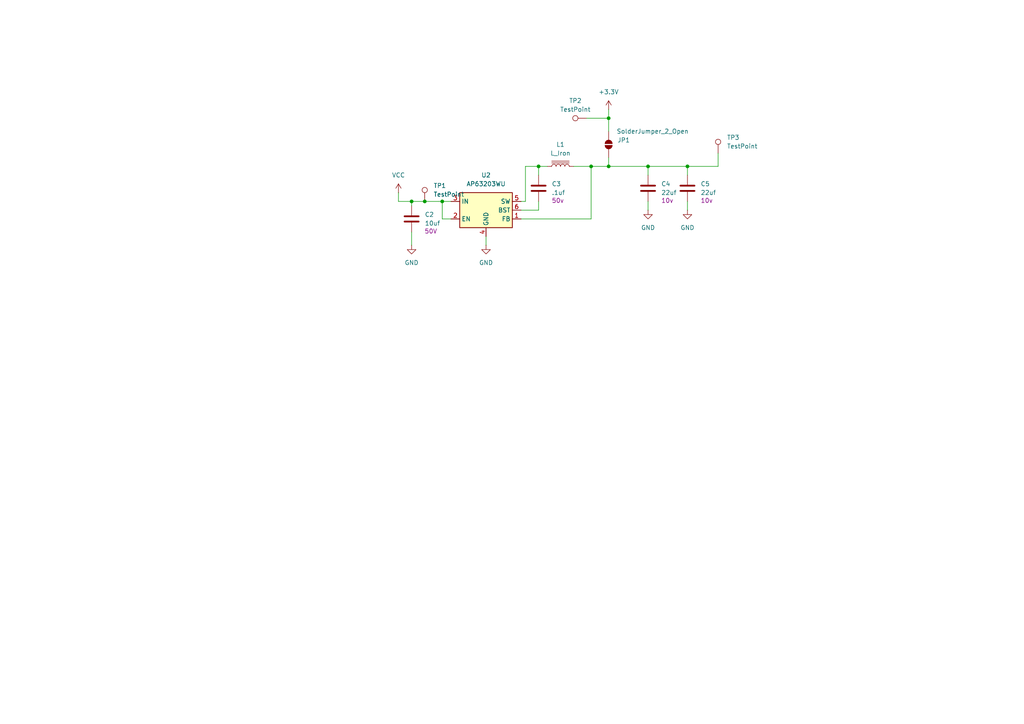
<source format=kicad_sch>
(kicad_sch (version 20250114) (generator "eeschema") (generator_version "9.0")
  (paper "A4")
  (lib_symbols
    (symbol "Connector:TestPoint" (pin_numbers (hide yes)) (pin_names (offset 0.762) (hide yes))
      (property "Reference" "TP" (at 0 6.858 0))
      (property "Value" "TestPoint" (at 0 5.08 0))
      (symbol "TestPoint_0_1"
        (circle (center 0 3.302) (radius 0.762))
      )
      (symbol "TestPoint_1_1"
        (pin passive line (at 0 0 90) (length 2.54) (name "1") (number "1"))
      )
    )
    (symbol "Device:C" (pin_numbers (hide yes)) (pin_names (offset 0.254))
      (property "Reference" "C" (at 0.635 2.54 0))
      (property "Value" "C" (at 0.635 -2.54 0))
      (symbol "C_0_1"
        (polyline (pts (xy -2.032 0.762) (xy 2.032 0.762)) (stroke (width 0.508)))
        (polyline (pts (xy -2.032 -0.762) (xy 2.032 -0.762)) (stroke (width 0.508)))
      )
      (symbol "C_1_1"
        (pin passive line (at 0 3.81 270) (length 2.794) (name "~") (number "1"))
        (pin passive line (at 0 -3.81 90) (length 2.794) (name "~") (number "2"))
      )
    )
    (symbol "Device:L_Iron" (pin_numbers (hide yes)) (pin_names (offset 1.016) (hide yes))
      (property "Reference" "L" (at -1.27 0 90))
      (property "Value" "L_Iron" (at 2.794 0 90))
      (symbol "L_Iron_0_1"
        (arc (start 0 2.54) (mid 0.6323 1.905) (end 0 1.27))
        (arc (start 0 1.27) (mid 0.6323 0.635) (end 0 0))
        (arc (start 0 0) (mid 0.6323 -0.635) (end 0 -1.27))
        (arc (start 0 -1.27) (mid 0.6323 -1.905) (end 0 -2.54))
        (polyline (pts (xy 1.016 2.54) (xy 1.016 -2.54)))
        (polyline (pts (xy 1.524 -2.54) (xy 1.524 2.54)))
      )
      (symbol "L_Iron_1_1"
        (pin passive line (at 0 3.81 270) (length 1.27) (name "1") (number "1"))
        (pin passive line (at 0 -3.81 90) (length 1.27) (name "2") (number "2"))
      )
    )
    (symbol "Jumper:SolderJumper_2_Open" (pin_numbers (hide yes)) (pin_names (offset 0) (hide yes)) (in_bom no)
      (property "Reference" "JP" (at 0 2.032 0))
      (property "Value" "SolderJumper_2_Open" (at 0 -2.54 0))
      (symbol "SolderJumper_2_Open_0_1"
        (polyline (pts (xy -0.254 1.016) (xy -0.254 -1.016)))
        (arc (start -0.254 -1.016) (mid -1.2656 0) (end -0.254 1.016))
        (arc (start -0.254 -1.016) (mid -1.2656 0) (end -0.254 1.016) (fill (type outline)))
        (arc (start 0.254 1.016) (mid 1.2656 0) (end 0.254 -1.016))
        (arc (start 0.254 1.016) (mid 1.2656 0) (end 0.254 -1.016) (fill (type outline)))
        (polyline (pts (xy 0.254 1.016) (xy 0.254 -1.016)))
      )
      (symbol "SolderJumper_2_Open_1_1"
        (pin passive line (at -3.81 0 0) (length 2.54) (name "A") (number "1"))
        (pin passive line (at 3.81 0 180) (length 2.54) (name "B") (number "2"))
      )
    )
    (symbol "Regulator_Switching:AP63203WU"
      (property "Reference" "U" (at -7.62 6.35 0))
      (property "Value" "AP63203WU" (at 2.54 6.35 0))
      (symbol "AP63203WU_0_1"
        (rectangle (start -7.62 5.08) (end 7.62 -5.08) (stroke (width 0.254)) (fill (type background)))
      )
      (symbol "AP63203WU_1_1"
        (pin power_in line (at -10.16 2.54 0) (length 2.54) (name "IN") (number "3"))
        (pin input line (at -10.16 -2.54 0) (length 2.54) (name "EN") (number "2"))
        (pin power_in line (at 0 -7.62 90) (length 2.54) (name "GND") (number "4"))
        (pin output line (at 10.16 2.54 180) (length 2.54) (name "SW") (number "5"))
        (pin passive line (at 10.16 0 180) (length 2.54) (name "BST") (number "6"))
        (pin input line (at 10.16 -2.54 180) (length 2.54) (name "FB") (number "1"))
      )
    )
    (symbol "power:+3.3V" (power) (pin_numbers (hide yes)) (pin_names (offset 0) (hide yes))
      (property "Value" "+3.3V" (at 0 3.556 0))
      (symbol "+3.3V_0_1"
        (polyline (pts (xy -0.762 1.27) (xy 0 2.54)))
        (polyline (pts (xy 0 2.54) (xy 0.762 1.27)))
        (polyline (pts (xy 0 0) (xy 0 2.54)))
      )
      (symbol "+3.3V_1_1"
        (pin power_in line (at 0 0 90) (length 0) (name "~") (number "1"))
      )
    )
    (symbol "power:GND" (power) (pin_numbers (hide yes)) (pin_names (offset 0) (hide yes))
      (property "Value" "GND" (at 0 -3.81 0))
      (symbol "GND_0_1"
        (polyline (pts (xy 0 0) (xy 0 -1.27) (xy 1.27 -1.27) (xy 0 -2.54) (xy -1.27 -1.27) (xy 0 -1.27)))
      )
      (symbol "GND_1_1"
        (pin power_in line (at 0 0 270) (length 0) (name "~") (number "1"))
      )
    )
    (symbol "power:VCC" (power) (pin_numbers (hide yes)) (pin_names (offset 0) (hide yes))
      (property "Value" "VCC" (at 0 3.556 0))
      (symbol "VCC_0_1"
        (polyline (pts (xy -0.762 1.27) (xy 0 2.54)))
        (polyline (pts (xy 0 2.54) (xy 0.762 1.27)))
        (polyline (pts (xy 0 0) (xy 0 2.54)))
      )
      (symbol "VCC_1_1"
        (pin power_in line (at 0 0 90) (length 0) (name "~") (number "1"))
      )
    )
  )
  (junction (at 171.45 48.26))
  (junction (at 119.38 58.42))
  (junction (at 187.96 48.26))
  (junction (at 123.19 58.42))
  (junction (at 176.53 34.29))
  (junction (at 128.27 58.42))
  (junction (at 156.21 48.26))
  (junction (at 199.39 48.26))
  (junction (at 176.53 48.26))
  (wire (pts (xy 187.96 50.8) (xy 187.96 48.26)))
  (wire (pts (xy 199.39 48.26) (xy 199.39 50.8)))
  (wire (pts (xy 156.21 48.26) (xy 156.21 50.8)))
  (wire (pts (xy 156.21 60.96) (xy 156.21 58.42)))
  (wire (pts (xy 152.4 48.26) (xy 152.4 58.42)))
  (wire (pts (xy 199.39 60.96) (xy 199.39 58.42)))
  (wire (pts (xy 171.45 63.5) (xy 171.45 48.26)))
  (wire (pts (xy 208.28 48.26) (xy 208.28 44.45)))
  (wire (pts (xy 119.38 67.31) (xy 119.38 71.12)))
  (wire (pts (xy 119.38 58.42) (xy 119.38 59.69)))
  (wire (pts (xy 176.53 31.75) (xy 176.53 34.29)))
  (wire (pts (xy 128.27 63.5) (xy 128.27 58.42)))
  (wire (pts (xy 176.53 34.29) (xy 176.53 38.1)))
  (wire (pts (xy 171.45 48.26) (xy 176.53 48.26)))
  (wire (pts (xy 152.4 48.26) (xy 156.21 48.26)))
  (wire (pts (xy 140.97 68.58) (xy 140.97 71.12)))
  (wire (pts (xy 171.45 48.26) (xy 166.37 48.26)))
  (wire (pts (xy 151.13 60.96) (xy 156.21 60.96)))
  (wire (pts (xy 119.38 58.42) (xy 123.19 58.42)))
  (wire (pts (xy 130.81 63.5) (xy 128.27 63.5)))
  (wire (pts (xy 152.4 58.42) (xy 151.13 58.42)))
  (wire (pts (xy 170.18 34.29) (xy 176.53 34.29)))
  (wire (pts (xy 115.57 55.88) (xy 115.57 58.42)))
  (wire (pts (xy 208.28 48.26) (xy 199.39 48.26)))
  (wire (pts (xy 187.96 48.26) (xy 199.39 48.26)))
  (wire (pts (xy 128.27 58.42) (xy 130.81 58.42)))
  (wire (pts (xy 123.19 58.42) (xy 128.27 58.42)))
  (wire (pts (xy 156.21 48.26) (xy 158.75 48.26)))
  (wire (pts (xy 187.96 60.96) (xy 187.96 58.42)))
  (wire (pts (xy 176.53 48.26) (xy 187.96 48.26)))
  (wire (pts (xy 151.13 63.5) (xy 171.45 63.5)))
  (wire (pts (xy 115.57 58.42) (xy 119.38 58.42)))
  (wire (pts (xy 176.53 45.72) (xy 176.53 48.26)))
  (symbol (lib_id "Device:C") (at 156.21 54.61 0) (unit 1)
    (property "Reference" "C3" (at 160.02 53.3399 0) (effects (justify left)))
    (property "Value" ".1uf" (at 160.02 55.8799 0) (effects (justify left)))
    (property "Footprint" "Capacitor_SMD:C_0603_1608Metric" (effects (hide yes)))
    (property "Description" "Unpolarized capacitor" (effects (hide yes)))
    (property "V" "50v" (at 161.798 58.166 0))
  )
  (symbol (lib_id "power:GND") (at 199.39 60.96 0) (unit 1)
    (property "Reference" "#PWR016" (effects (hide yes)))
    (property "Value" "GND" (at 199.39 66.04 0))
    (property "Description" "Power symbol creates a global label with name \"GND\" , ground" (effects (hide yes)))
  )
  (symbol (lib_id "Connector:TestPoint") (at 123.19 58.42 0) (unit 1)
    (property "Reference" "TP1" (at 125.73 53.8479 0) (effects (justify left)))
    (property "Value" "TestPoint" (at 125.73 56.3879 0) (effects (justify left)))
    (property "Footprint" "TestPoint:TestPoint_Loop_D1.80mm_Drill1.0mm_Beaded" (effects (hide yes)))
    (property "Description" "test point" (effects (hide yes)))
  )
  (symbol (lib_id "Device:C") (at 199.39 54.61 0) (unit 1)
    (property "Reference" "C5" (at 203.2 53.3399 0) (effects (justify left)))
    (property "Value" "22uf" (at 203.2 55.8799 0) (effects (justify left)))
    (property "Footprint" "Capacitor_SMD:C_0805_2012Metric" (effects (hide yes)))
    (property "Description" "Unpolarized capacitor" (effects (hide yes)))
    (property "V" "10v" (at 204.978 58.166 0))
  )
  (symbol (lib_id "Connector:TestPoint") (at 208.28 44.45 0) (unit 1)
    (property "Reference" "TP3" (at 210.82 39.8779 0) (effects (justify left)))
    (property "Value" "TestPoint" (at 210.82 42.4179 0) (effects (justify left)))
    (property "Footprint" "TestPoint:TestPoint_Loop_D1.80mm_Drill1.0mm_Beaded" (effects (hide yes)))
    (property "Description" "test point" (effects (hide yes)))
  )
  (symbol (lib_id "Connector:TestPoint") (at 170.18 34.29 90) (unit 1)
    (property "Reference" "TP2" (at 166.878 29.21 90))
    (property "Value" "TestPoint" (at 166.878 31.75 90))
    (property "Footprint" "TestPoint:TestPoint_Loop_D1.80mm_Drill1.0mm_Beaded" (effects (hide yes)))
    (property "Description" "test point" (effects (hide yes)))
  )
  (symbol (lib_id "Regulator_Switching:AP63203WU") (at 140.97 60.96 0) (unit 1)
    (property "Reference" "U2" (at 140.97 50.8 0))
    (property "Value" "AP63203WU" (at 140.97 53.34 0))
    (property "Footprint" "Package_TO_SOT_SMD:TSOT-23-6" (effects (hide yes)))
    (property "Datasheet" "https://www.diodes.com/assets/Datasheets/AP63200-AP63201-AP63203-AP63205.pdf" (effects (hide yes)))
    (property "Description" "2A, 1.1MHz Buck DC/DC Converter, fixed 3.3V output voltage, TSOT-23-6" (effects (hide yes)))
  )
  (symbol (lib_id "Device:L_Iron") (at 162.56 48.26 90) (unit 1)
    (property "Reference" "L1" (at 162.56 41.91 90))
    (property "Value" "L_Iron" (at 162.56 44.45 90))
    (property "Footprint" "Inductor_SMD:L_Bourns-SRN6028" (effects (hide yes)))
    (property "Description" "Inductor with iron core" (effects (hide yes)))
  )
  (symbol (lib_id "Device:C") (at 187.96 54.61 0) (unit 1)
    (property "Reference" "C4" (at 191.77 53.3399 0) (effects (justify left)))
    (property "Value" "22uf" (at 191.77 55.8799 0) (effects (justify left)))
    (property "Footprint" "Capacitor_SMD:C_0805_2012Metric" (effects (hide yes)))
    (property "Description" "Unpolarized capacitor" (effects (hide yes)))
    (property "V" "10v" (at 193.548 58.166 0))
  )
  (symbol (lib_id "power:GND") (at 187.96 60.96 0) (unit 1)
    (property "Reference" "#PWR015" (effects (hide yes)))
    (property "Value" "GND" (at 187.96 66.04 0))
    (property "Description" "Power symbol creates a global label with name \"GND\" , ground" (effects (hide yes)))
  )
  (symbol (lib_id "power:VCC") (at 115.57 55.88 0) (unit 1)
    (property "Reference" "#PWR011" (effects (hide yes)))
    (property "Value" "VCC" (at 115.57 50.8 0))
    (property "Description" "Power symbol creates a global label with name \"VCC\"" (effects (hide yes)))
  )
  (symbol (lib_id "power:+3.3V") (at 176.53 31.75 0) (unit 1)
    (property "Reference" "#PWR014" (effects (hide yes)))
    (property "Value" "+3.3V" (at 176.53 26.67 0))
    (property "Description" "Power symbol creates a global label with name \"+3.3V\"" (effects (hide yes)))
  )
  (symbol (lib_id "power:GND") (at 119.38 71.12 0) (unit 1)
    (property "Reference" "#PWR012" (effects (hide yes)))
    (property "Value" "GND" (at 119.38 76.2 0))
    (property "Description" "Power symbol creates a global label with name \"GND\" , ground" (effects (hide yes)))
  )
  (symbol (lib_id "Jumper:SolderJumper_2_Open") (at 176.53 41.91 90) (unit 1) (in_bom no)
    (property "Reference" "JP1" (at 179.07 40.6399 90) (effects (justify right)))
    (property "Value" "SolderJumper_2_Open" (at 178.816 38.1 90) (effects (justify right)))
    (property "Footprint" "Jumper:SolderJumper-2_P1.3mm_Open_RoundedPad1.0x1.5mm" (effects (hide yes)))
    (property "Description" "Solder Jumper, 2-pole, open" (effects (hide yes)))
  )
  (symbol (lib_id "power:GND") (at 140.97 71.12 0) (unit 1)
    (property "Reference" "#PWR013" (effects (hide yes)))
    (property "Value" "GND" (at 140.97 76.2 0))
    (property "Description" "Power symbol creates a global label with name \"GND\" , ground" (effects (hide yes)))
  )
  (symbol (lib_id "Device:C") (at 119.38 63.5 0) (unit 1)
    (property "Reference" "C2" (at 123.19 62.2299 0) (effects (justify left)))
    (property "Value" "10uf" (at 123.19 64.7699 0) (effects (justify left)))
    (property "Footprint" "Capacitor_SMD:C_1206_3216Metric" (effects (hide yes)))
    (property "Description" "Unpolarized capacitor" (effects (hide yes)))
    (property "V" "50V" (at 124.968 67.056 0))
  )
)
</source>
